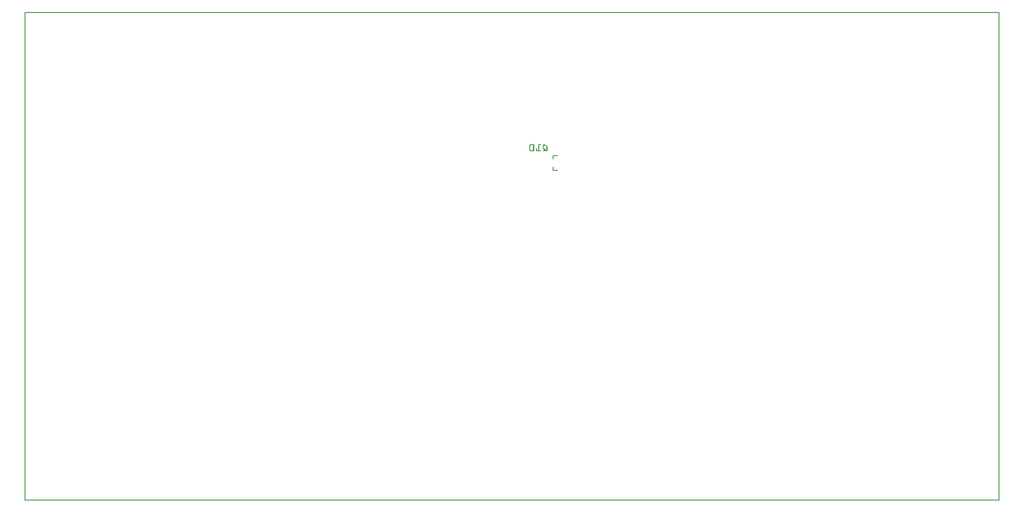
<source format=gbo>
G04 MADE WITH FRITZING*
G04 WWW.FRITZING.ORG*
G04 DOUBLE SIDED*
G04 HOLES PLATED*
G04 CONTOUR ON CENTER OF CONTOUR VECTOR*
%ASAXBY*%
%FSLAX23Y23*%
%MOIN*%
%OFA0B0*%
%SFA1.0B1.0*%
%ADD10R,7.283470X3.652160X7.267470X3.636160*%
%ADD11C,0.008000*%
%ADD12R,0.001000X0.001000*%
%LNSILK0*%
G90*
G70*
G54D11*
X4Y3648D02*
X7279Y3648D01*
X7279Y4D01*
X4Y4D01*
X4Y3648D01*
D02*
X3949Y2557D02*
X3949Y2580D01*
X3949Y2580D02*
X3981Y2580D01*
D02*
X3949Y2494D02*
X3949Y2470D01*
D02*
X3949Y2470D02*
X3981Y2470D01*
G54D12*
X3778Y2664D02*
X3801Y2664D01*
X3837Y2664D02*
X3854Y2664D01*
X3879Y2664D02*
X3883Y2664D01*
X3776Y2663D02*
X3803Y2663D01*
X3837Y2663D02*
X3856Y2663D01*
X3877Y2663D02*
X3885Y2663D01*
X3775Y2662D02*
X3804Y2662D01*
X3837Y2662D02*
X3856Y2662D01*
X3876Y2662D02*
X3886Y2662D01*
X3774Y2661D02*
X3805Y2661D01*
X3837Y2661D02*
X3856Y2661D01*
X3875Y2661D02*
X3887Y2661D01*
X3773Y2660D02*
X3806Y2660D01*
X3837Y2660D02*
X3856Y2660D01*
X3874Y2660D02*
X3889Y2660D01*
X3773Y2659D02*
X3806Y2659D01*
X3837Y2659D02*
X3856Y2659D01*
X3873Y2659D02*
X3890Y2659D01*
X3773Y2658D02*
X3806Y2658D01*
X3837Y2658D02*
X3855Y2658D01*
X3873Y2658D02*
X3891Y2658D01*
X3773Y2657D02*
X3779Y2657D01*
X3800Y2657D02*
X3806Y2657D01*
X3837Y2657D02*
X3843Y2657D01*
X3873Y2657D02*
X3880Y2657D01*
X3882Y2657D02*
X3892Y2657D01*
X3773Y2656D02*
X3779Y2656D01*
X3800Y2656D02*
X3806Y2656D01*
X3837Y2656D02*
X3843Y2656D01*
X3873Y2656D02*
X3879Y2656D01*
X3883Y2656D02*
X3893Y2656D01*
X3773Y2655D02*
X3779Y2655D01*
X3800Y2655D02*
X3806Y2655D01*
X3837Y2655D02*
X3843Y2655D01*
X3873Y2655D02*
X3879Y2655D01*
X3885Y2655D02*
X3894Y2655D01*
X3773Y2654D02*
X3779Y2654D01*
X3800Y2654D02*
X3806Y2654D01*
X3837Y2654D02*
X3843Y2654D01*
X3873Y2654D02*
X3879Y2654D01*
X3886Y2654D02*
X3896Y2654D01*
X3773Y2653D02*
X3779Y2653D01*
X3800Y2653D02*
X3806Y2653D01*
X3837Y2653D02*
X3843Y2653D01*
X3873Y2653D02*
X3879Y2653D01*
X3887Y2653D02*
X3897Y2653D01*
X3773Y2652D02*
X3779Y2652D01*
X3800Y2652D02*
X3806Y2652D01*
X3837Y2652D02*
X3843Y2652D01*
X3873Y2652D02*
X3879Y2652D01*
X3888Y2652D02*
X3898Y2652D01*
X3773Y2651D02*
X3779Y2651D01*
X3800Y2651D02*
X3806Y2651D01*
X3837Y2651D02*
X3843Y2651D01*
X3873Y2651D02*
X3879Y2651D01*
X3889Y2651D02*
X3899Y2651D01*
X3773Y2650D02*
X3779Y2650D01*
X3800Y2650D02*
X3806Y2650D01*
X3837Y2650D02*
X3843Y2650D01*
X3873Y2650D02*
X3879Y2650D01*
X3891Y2650D02*
X3900Y2650D01*
X3773Y2649D02*
X3779Y2649D01*
X3800Y2649D02*
X3806Y2649D01*
X3837Y2649D02*
X3843Y2649D01*
X3873Y2649D02*
X3879Y2649D01*
X3892Y2649D02*
X3902Y2649D01*
X3773Y2648D02*
X3779Y2648D01*
X3800Y2648D02*
X3806Y2648D01*
X3837Y2648D02*
X3843Y2648D01*
X3873Y2648D02*
X3879Y2648D01*
X3893Y2648D02*
X3903Y2648D01*
X3773Y2647D02*
X3779Y2647D01*
X3800Y2647D02*
X3806Y2647D01*
X3837Y2647D02*
X3843Y2647D01*
X3873Y2647D02*
X3879Y2647D01*
X3894Y2647D02*
X3903Y2647D01*
X3773Y2646D02*
X3779Y2646D01*
X3800Y2646D02*
X3806Y2646D01*
X3837Y2646D02*
X3843Y2646D01*
X3873Y2646D02*
X3879Y2646D01*
X3895Y2646D02*
X3904Y2646D01*
X3773Y2645D02*
X3779Y2645D01*
X3800Y2645D02*
X3806Y2645D01*
X3837Y2645D02*
X3843Y2645D01*
X3873Y2645D02*
X3879Y2645D01*
X3896Y2645D02*
X3905Y2645D01*
X3773Y2644D02*
X3779Y2644D01*
X3800Y2644D02*
X3806Y2644D01*
X3837Y2644D02*
X3843Y2644D01*
X3873Y2644D02*
X3879Y2644D01*
X3898Y2644D02*
X3905Y2644D01*
X3773Y2643D02*
X3779Y2643D01*
X3800Y2643D02*
X3806Y2643D01*
X3837Y2643D02*
X3843Y2643D01*
X3873Y2643D02*
X3879Y2643D01*
X3899Y2643D02*
X3906Y2643D01*
X3773Y2642D02*
X3779Y2642D01*
X3800Y2642D02*
X3806Y2642D01*
X3837Y2642D02*
X3843Y2642D01*
X3873Y2642D02*
X3879Y2642D01*
X3899Y2642D02*
X3906Y2642D01*
X3773Y2641D02*
X3779Y2641D01*
X3800Y2641D02*
X3806Y2641D01*
X3837Y2641D02*
X3843Y2641D01*
X3873Y2641D02*
X3879Y2641D01*
X3900Y2641D02*
X3906Y2641D01*
X3773Y2640D02*
X3779Y2640D01*
X3800Y2640D02*
X3806Y2640D01*
X3837Y2640D02*
X3843Y2640D01*
X3873Y2640D02*
X3879Y2640D01*
X3900Y2640D02*
X3906Y2640D01*
X3773Y2639D02*
X3779Y2639D01*
X3800Y2639D02*
X3806Y2639D01*
X3837Y2639D02*
X3843Y2639D01*
X3873Y2639D02*
X3879Y2639D01*
X3900Y2639D02*
X3906Y2639D01*
X3773Y2638D02*
X3779Y2638D01*
X3800Y2638D02*
X3806Y2638D01*
X3837Y2638D02*
X3843Y2638D01*
X3873Y2638D02*
X3879Y2638D01*
X3900Y2638D02*
X3906Y2638D01*
X3773Y2637D02*
X3779Y2637D01*
X3800Y2637D02*
X3806Y2637D01*
X3837Y2637D02*
X3843Y2637D01*
X3873Y2637D02*
X3879Y2637D01*
X3900Y2637D02*
X3906Y2637D01*
X3773Y2636D02*
X3779Y2636D01*
X3800Y2636D02*
X3806Y2636D01*
X3837Y2636D02*
X3843Y2636D01*
X3873Y2636D02*
X3879Y2636D01*
X3900Y2636D02*
X3906Y2636D01*
X3773Y2635D02*
X3779Y2635D01*
X3800Y2635D02*
X3806Y2635D01*
X3837Y2635D02*
X3843Y2635D01*
X3873Y2635D02*
X3879Y2635D01*
X3900Y2635D02*
X3906Y2635D01*
X3773Y2634D02*
X3779Y2634D01*
X3800Y2634D02*
X3806Y2634D01*
X3824Y2634D02*
X3828Y2634D01*
X3837Y2634D02*
X3843Y2634D01*
X3873Y2634D02*
X3879Y2634D01*
X3888Y2634D02*
X3891Y2634D01*
X3900Y2634D02*
X3906Y2634D01*
X3773Y2633D02*
X3779Y2633D01*
X3800Y2633D02*
X3806Y2633D01*
X3823Y2633D02*
X3828Y2633D01*
X3837Y2633D02*
X3843Y2633D01*
X3873Y2633D02*
X3880Y2633D01*
X3887Y2633D02*
X3892Y2633D01*
X3900Y2633D02*
X3906Y2633D01*
X3773Y2632D02*
X3779Y2632D01*
X3800Y2632D02*
X3806Y2632D01*
X3823Y2632D02*
X3829Y2632D01*
X3837Y2632D02*
X3843Y2632D01*
X3874Y2632D02*
X3880Y2632D01*
X3887Y2632D02*
X3892Y2632D01*
X3900Y2632D02*
X3906Y2632D01*
X3773Y2631D02*
X3779Y2631D01*
X3800Y2631D02*
X3806Y2631D01*
X3823Y2631D02*
X3829Y2631D01*
X3837Y2631D02*
X3843Y2631D01*
X3874Y2631D02*
X3881Y2631D01*
X3886Y2631D02*
X3893Y2631D01*
X3900Y2631D02*
X3906Y2631D01*
X3773Y2630D02*
X3779Y2630D01*
X3800Y2630D02*
X3806Y2630D01*
X3823Y2630D02*
X3829Y2630D01*
X3837Y2630D02*
X3843Y2630D01*
X3874Y2630D02*
X3882Y2630D01*
X3886Y2630D02*
X3892Y2630D01*
X3900Y2630D02*
X3906Y2630D01*
X3773Y2629D02*
X3779Y2629D01*
X3800Y2629D02*
X3806Y2629D01*
X3823Y2629D02*
X3829Y2629D01*
X3837Y2629D02*
X3843Y2629D01*
X3875Y2629D02*
X3883Y2629D01*
X3885Y2629D02*
X3892Y2629D01*
X3900Y2629D02*
X3906Y2629D01*
X3773Y2628D02*
X3779Y2628D01*
X3800Y2628D02*
X3806Y2628D01*
X3823Y2628D02*
X3829Y2628D01*
X3837Y2628D02*
X3843Y2628D01*
X3875Y2628D02*
X3892Y2628D01*
X3900Y2628D02*
X3906Y2628D01*
X3773Y2627D02*
X3779Y2627D01*
X3800Y2627D02*
X3806Y2627D01*
X3823Y2627D02*
X3829Y2627D01*
X3837Y2627D02*
X3843Y2627D01*
X3876Y2627D02*
X3891Y2627D01*
X3900Y2627D02*
X3906Y2627D01*
X3773Y2626D02*
X3779Y2626D01*
X3800Y2626D02*
X3806Y2626D01*
X3823Y2626D02*
X3829Y2626D01*
X3837Y2626D02*
X3843Y2626D01*
X3877Y2626D02*
X3891Y2626D01*
X3900Y2626D02*
X3906Y2626D01*
X3773Y2625D02*
X3779Y2625D01*
X3800Y2625D02*
X3806Y2625D01*
X3823Y2625D02*
X3829Y2625D01*
X3837Y2625D02*
X3843Y2625D01*
X3878Y2625D02*
X3890Y2625D01*
X3900Y2625D02*
X3906Y2625D01*
X3773Y2624D02*
X3779Y2624D01*
X3800Y2624D02*
X3806Y2624D01*
X3823Y2624D02*
X3829Y2624D01*
X3837Y2624D02*
X3843Y2624D01*
X3879Y2624D02*
X3890Y2624D01*
X3900Y2624D02*
X3906Y2624D01*
X3773Y2623D02*
X3779Y2623D01*
X3800Y2623D02*
X3806Y2623D01*
X3823Y2623D02*
X3829Y2623D01*
X3837Y2623D02*
X3843Y2623D01*
X3881Y2623D02*
X3891Y2623D01*
X3900Y2623D02*
X3906Y2623D01*
X3773Y2622D02*
X3779Y2622D01*
X3800Y2622D02*
X3806Y2622D01*
X3823Y2622D02*
X3829Y2622D01*
X3837Y2622D02*
X3843Y2622D01*
X3882Y2622D02*
X3892Y2622D01*
X3900Y2622D02*
X3906Y2622D01*
X3773Y2621D02*
X3779Y2621D01*
X3800Y2621D02*
X3806Y2621D01*
X3823Y2621D02*
X3829Y2621D01*
X3837Y2621D02*
X3843Y2621D01*
X3882Y2621D02*
X3893Y2621D01*
X3900Y2621D02*
X3906Y2621D01*
X3773Y2620D02*
X3779Y2620D01*
X3800Y2620D02*
X3806Y2620D01*
X3823Y2620D02*
X3829Y2620D01*
X3837Y2620D02*
X3843Y2620D01*
X3882Y2620D02*
X3894Y2620D01*
X3900Y2620D02*
X3906Y2620D01*
X3773Y2619D02*
X3779Y2619D01*
X3800Y2619D02*
X3806Y2619D01*
X3823Y2619D02*
X3829Y2619D01*
X3837Y2619D02*
X3843Y2619D01*
X3882Y2619D02*
X3895Y2619D01*
X3900Y2619D02*
X3906Y2619D01*
X3773Y2618D02*
X3779Y2618D01*
X3800Y2618D02*
X3806Y2618D01*
X3823Y2618D02*
X3829Y2618D01*
X3837Y2618D02*
X3843Y2618D01*
X3881Y2618D02*
X3896Y2618D01*
X3900Y2618D02*
X3906Y2618D01*
X3773Y2617D02*
X3806Y2617D01*
X3823Y2617D02*
X3854Y2617D01*
X3875Y2617D02*
X3906Y2617D01*
X3773Y2616D02*
X3806Y2616D01*
X3823Y2616D02*
X3855Y2616D01*
X3874Y2616D02*
X3887Y2616D01*
X3889Y2616D02*
X3906Y2616D01*
X3773Y2615D02*
X3806Y2615D01*
X3823Y2615D02*
X3856Y2615D01*
X3873Y2615D02*
X3887Y2615D01*
X3890Y2615D02*
X3905Y2615D01*
X3774Y2614D02*
X3806Y2614D01*
X3823Y2614D02*
X3856Y2614D01*
X3873Y2614D02*
X3886Y2614D01*
X3891Y2614D02*
X3905Y2614D01*
X3774Y2613D02*
X3805Y2613D01*
X3823Y2613D02*
X3856Y2613D01*
X3873Y2613D02*
X3886Y2613D01*
X3893Y2613D02*
X3904Y2613D01*
X3775Y2612D02*
X3804Y2612D01*
X3823Y2612D02*
X3856Y2612D01*
X3873Y2612D02*
X3885Y2612D01*
X3894Y2612D02*
X3903Y2612D01*
X3777Y2611D02*
X3803Y2611D01*
X3824Y2611D02*
X3855Y2611D01*
X3874Y2611D02*
X3885Y2611D01*
X3895Y2611D02*
X3901Y2611D01*
D02*
G04 End of Silk0*
M02*
</source>
